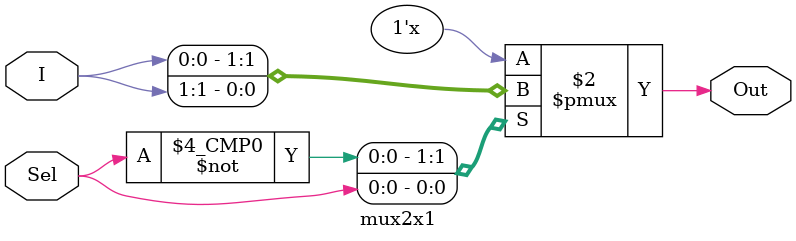
<source format=v>
module mux2x1(I, Sel, Out);
	input [1:0] I;
	input Sel;
	
	output Out;
	reg Out;
	
	always@(I, Sel)
		case(Sel)
		1'b0 : Out = I[0];
		1'b1 : Out = I[1];
		endcase
		
endmodule
</source>
